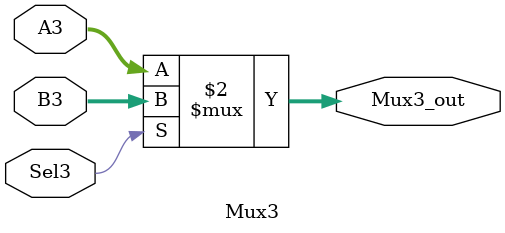
<source format=v>

module Mux3 (Sel3, A3, B3, Mux3_out);
input Sel3;
input [31:0]A3,B3;
output [31:0] Mux3_out;

assign Mux3_out = (Sel3 == 1'b0)? A3:B3;


endmodule

</source>
